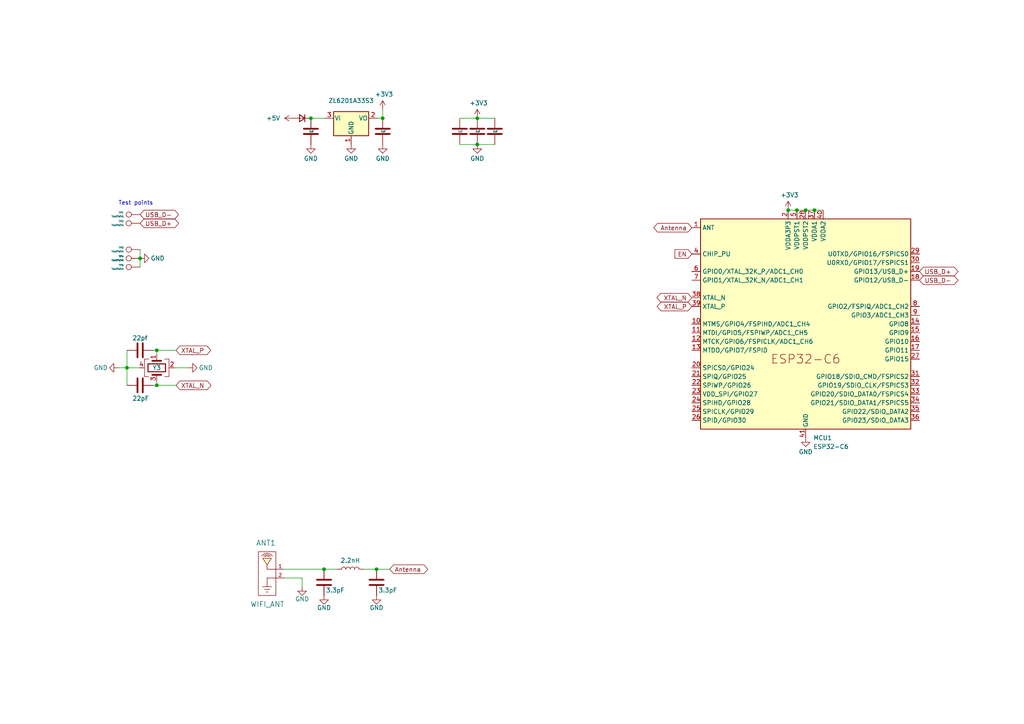
<source format=kicad_sch>
(kicad_sch (version 20231120) (generator "eeschema") (generator_version "8.0")
  (paper "A4")
  (lib_symbols
    (symbol "Connector:TestPoint" (pin_numbers hide) (pin_names (offset 0.762) hide)
      (property "Reference" "TP" (at 0 6.858 0))
      (property "Value" "TestPoint" (at 0 5.08 0))
      (symbol "TestPoint_0_1"
        (circle (center 0 3.302) (radius 0.762))
      )
      (symbol "TestPoint_1_1"
        (pin passive line (at 0 0 90) (length 2.54) (name "1") (number "1"))
      )
    )
    (symbol "Device:C" (pin_numbers hide) (pin_names (offset 0.254))
      (property "Reference" "C" (at 0.635 2.54 0))
      (property "Value" "C" (at 0.635 -2.54 0))
      (symbol "C_0_1"
        (polyline (pts (xy -2.032 -0.762) (xy 2.032 -0.762)) (stroke (width 0.508)))
        (polyline (pts (xy -2.032 0.762) (xy 2.032 0.762)) (stroke (width 0.508)))
      )
      (symbol "C_1_1"
        (pin passive line (at 0 3.81 270) (length 2.794) (name "~") (number "1"))
        (pin passive line (at 0 -3.81 90) (length 2.794) (name "~") (number "2"))
      )
    )
    (symbol "Device:Crystal_GND24" (pin_names (offset 1.016) hide)
      (property "Reference" "Y" (at 3.175 5.08 0))
      (property "Value" "Crystal_GND24" (at 3.175 3.175 0))
      (symbol "Crystal_GND24_0_1"
        (rectangle (start -1.143 2.54) (end 1.143 -2.54) (stroke (width 0.3048)))
        (polyline (pts (xy -2.54 0) (xy -2.032 0)))
        (polyline (pts (xy -2.032 -1.27) (xy -2.032 1.27)) (stroke (width 0.508)))
        (polyline (pts (xy 0 -3.81) (xy 0 -3.556)))
        (polyline (pts (xy 0 3.556) (xy 0 3.81)))
        (polyline (pts (xy 2.032 -1.27) (xy 2.032 1.27)) (stroke (width 0.508)))
        (polyline (pts (xy 2.032 0) (xy 2.54 0)))
        (polyline (pts (xy -2.54 -2.286) (xy -2.54 -3.556) (xy 2.54 -3.556) (xy 2.54 -2.286)))
        (polyline (pts (xy -2.54 2.286) (xy -2.54 3.556) (xy 2.54 3.556) (xy 2.54 2.286)))
      )
      (symbol "Crystal_GND24_1_1"
        (pin passive line (at -3.81 0 0) (length 1.27) (name "1") (number "1"))
        (pin passive line (at 0 5.08 270) (length 1.27) (name "2") (number "2"))
        (pin passive line (at 3.81 0 180) (length 1.27) (name "3") (number "3"))
        (pin passive line (at 0 -5.08 90) (length 1.27) (name "4") (number "4"))
      )
    )
    (symbol "Device:D_Small" (pin_numbers hide) (pin_names (offset 0.254) hide)
      (property "Reference" "D" (at -1.27 2.032 0))
      (property "Value" "D_Small" (at -3.81 -2.032 0))
      (symbol "D_Small_0_1"
        (polyline (pts (xy -0.762 -1.016) (xy -0.762 1.016)) (stroke (width 0.254)))
        (polyline (pts (xy -0.762 0) (xy 0.762 0)))
        (polyline (pts (xy 0.762 -1.016) (xy -0.762 0) (xy 0.762 1.016) (xy 0.762 -1.016)) (stroke (width 0.254)))
      )
      (symbol "D_Small_1_1"
        (pin passive line (at -2.54 0 0) (length 1.778) (name "K") (number "1"))
        (pin passive line (at 2.54 0 180) (length 1.778) (name "A") (number "2"))
      )
    )
    (symbol "Device:L" (pin_numbers hide) (pin_names (offset 1.016) hide)
      (property "Reference" "L" (at -1.27 0 90))
      (property "Value" "L" (at 1.905 0 90))
      (symbol "L_0_1"
        (arc (start 0 -2.54) (mid 0.6323 -1.905) (end 0 -1.27))
        (arc (start 0 -1.27) (mid 0.6323 -0.635) (end 0 0))
        (arc (start 0 0) (mid 0.6323 0.635) (end 0 1.27))
        (arc (start 0 1.27) (mid 0.6323 1.905) (end 0 2.54))
      )
      (symbol "L_1_1"
        (pin passive line (at 0 3.81 270) (length 1.27) (name "1") (number "1"))
        (pin passive line (at 0 -3.81 90) (length 1.27) (name "2") (number "2"))
      )
    )
    (symbol "ESP32-PRO_Rev_B1:GND" (power) (pin_names (offset 0))
      (property "Value" "GND" (at 0 -3.81 0))
      (symbol "GND_0_1"
        (polyline (pts (xy 0 0) (xy 0 -1.27) (xy 1.27 -1.27) (xy 0 -2.54) (xy -1.27 -1.27) (xy 0 -1.27)))
      )
      (symbol "GND_1_1"
        (pin power_in line (at 0 0 270) (length 0) hide (name "GND") (number "1"))
      )
    )
    (symbol "ESP32-PRO_Rev_B1:WIFI_ANT_ESP8266" (pin_names (offset 1.016))
      (property "Reference" "ANT" (at 0 8.89 0))
      (property "Value" "WIFI_ANT_ESP8266" (at 0.254 -6.35 0))
      (symbol "WIFI_ANT_ESP8266_0_1"
        (rectangle (start -2.54 -5.08) (end 2.54 7.62))
        (rectangle (start -2.54 0) (end 0 0))
        (rectangle (start -2.54 2.54) (end 0 2.54))
        (rectangle (start -1.27 -2.54) (end 1.27 -2.54))
        (rectangle (start -0.254 -4.064) (end 0.254 -4.064))
        (rectangle (start 0 0) (end 0 -2.54))
        (polyline (pts (xy 0 3.81) (xy 1.27 5.715) (xy -1.27 5.715) (xy 0 3.81)) (fill (type background)))
        (rectangle (start 0 2.54) (end 0 3.175))
        (rectangle (start 0 3.175) (end 0 3.175))
        (rectangle (start 0 3.175) (end 0 3.81))
        (rectangle (start 0.762 -3.302) (end -0.762 -3.302))
        (arc (start 1.016 6.223) (mid 0 6.731) (end -1.016 6.223))
        (arc (start 1.524 6.35) (mid 0 7.1656) (end -1.524 6.35))
      )
      (symbol "WIFI_ANT_ESP8266_1_1"
        (arc (start 0.635 6.096) (mid 0 6.359) (end -0.635 6.096))
        (pin input line (at -5.08 2.54 0) (length 2.54) (name "~") (number "1"))
        (pin input line (at -5.08 0 0) (length 2.54) (name "~") (number "2"))
      )
    )
    (symbol "ESP32:ESP32-C6"
      (property "Reference" "U" (at -27.94 33.02 0))
      (property "Value" "ESP32-C6" (at 25.4 33.02 0))
      (symbol "ESP32-C6_0_0"
        (text "ESP32-C6" (at 0 -10.16 0) (effects (font (size 2.54 2.54))))
      )
      (symbol "ESP32-C6_0_1"
        (rectangle (start -30.48 30.48) (end 30.48 -30.48) (stroke (width 0.254)) (fill (type background)))
      )
      (symbol "ESP32-C6_1_1"
        (pin bidirectional line (at -33.02 27.94 0) (length 2.54) (name "ANT") (number "1"))
        (pin bidirectional line (at -33.02 0 0) (length 2.54) (name "MTMS/GPIO4/FSPIHD/ADC1_CH4") (number "10"))
        (pin bidirectional line (at -33.02 -2.54 0) (length 2.54) (name "MTDI/GPIO5/FSPIWP/ADC1_CH5") (number "11"))
        (pin bidirectional line (at -33.02 -5.08 0) (length 2.54) (name "MTCK/GPIO6/FSPICLK/ADC1_CH6") (number "12"))
        (pin bidirectional line (at -33.02 -7.62 0) (length 2.54) (name "MTDO/GPIO7/FSPID") (number "13"))
        (pin bidirectional line (at 33.02 0 180) (length 2.54) (name "GPIO8") (number "14"))
        (pin bidirectional line (at 33.02 -2.54 180) (length 2.54) (name "GPIO9") (number "15"))
        (pin bidirectional line (at 33.02 -5.08 180) (length 2.54) (name "GPIO10") (number "16"))
        (pin bidirectional line (at 33.02 -7.62 180) (length 2.54) (name "GPIO11") (number "17"))
        (pin bidirectional line (at 33.02 12.7 180) (length 2.54) (name "GPIO12/USB_D-") (number "18"))
        (pin bidirectional line (at 33.02 15.24 180) (length 2.54) (name "GPIO13/USB_D+") (number "19"))
        (pin power_in line (at -5.08 33.02 270) (length 2.54) (name "VDDA3P3") (number "2"))
        (pin bidirectional line (at -33.02 -12.7 0) (length 2.54) (name "SPICS0/GPIO24") (number "20"))
        (pin bidirectional line (at -33.02 -15.24 0) (length 2.54) (name "SPIQ/GPIO25") (number "21"))
        (pin bidirectional line (at -33.02 -17.78 0) (length 2.54) (name "SPIWP/GPIO26") (number "22"))
        (pin bidirectional line (at -33.02 -20.32 0) (length 2.54) (name "VDD_SPI/GPIO27") (number "23"))
        (pin bidirectional line (at -33.02 -22.86 0) (length 2.54) (name "SPIHD/GPIO28") (number "24"))
        (pin bidirectional line (at -33.02 -25.4 0) (length 2.54) (name "SPICLK/GPIO29") (number "25"))
        (pin bidirectional line (at -33.02 -27.94 0) (length 2.54) (name "SPID/GPIO30") (number "26"))
        (pin bidirectional line (at 33.02 -10.16 180) (length 2.54) (name "GPIO15") (number "27"))
        (pin power_in line (at 0 33.02 270) (length 2.54) (name "VDDPST2") (number "28"))
        (pin bidirectional line (at 33.02 20.32 180) (length 2.54) (name "U0TXD/GPIO16/FSPICS0") (number "29"))
        (pin passive line (at -5.08 33.02 270) (length 2.54) hide (name "VDDA3P3") (number "3"))
        (pin bidirectional line (at 33.02 17.78 180) (length 2.54) (name "U0RXD/GPIO17/FSPICS1") (number "30"))
        (pin bidirectional line (at 33.02 -15.24 180) (length 2.54) (name "GPIO18/SDIO_CMD/FSPICS2") (number "31"))
        (pin bidirectional line (at 33.02 -17.78 180) (length 2.54) (name "GPIO19/SDIO_CLK/FSPICS3") (number "32"))
        (pin bidirectional line (at 33.02 -20.32 180) (length 2.54) (name "GPIO20/SDIO_DATA0/FSPICS4") (number "33"))
        (pin bidirectional line (at 33.02 -22.86 180) (length 2.54) (name "GPIO21/SDIO_DATA1/FSPICS5") (number "34"))
        (pin bidirectional line (at 33.02 -25.4 180) (length 2.54) (name "GPIO22/SDIO_DATA2") (number "35"))
        (pin bidirectional line (at 33.02 -27.94 180) (length 2.54) (name "GPIO23/SDIO_DATA3") (number "36"))
        (pin power_in line (at 2.54 33.02 270) (length 2.54) (name "VDDA1") (number "37"))
        (pin output line (at -33.02 7.62 0) (length 2.54) (name "XTAL_N") (number "38"))
        (pin input line (at -33.02 5.08 0) (length 2.54) (name "XTAL_P") (number "39"))
        (pin input line (at -33.02 20.32 0) (length 2.54) (name "CHIP_PU") (number "4"))
        (pin power_in line (at 5.08 33.02 270) (length 2.54) (name "VDDA2") (number "40"))
        (pin power_in line (at 0 -33.02 90) (length 2.54) (name "GND") (number "41"))
        (pin power_in line (at -2.54 33.02 270) (length 2.54) (name "VDDPST1") (number "5"))
        (pin bidirectional line (at -33.02 15.24 0) (length 2.54) (name "GPIO0/XTAL_32K_P/ADC1_CH0") (number "6"))
        (pin bidirectional line (at -33.02 12.7 0) (length 2.54) (name "GPIO1/XTAL_32K_N/ADC1_CH1") (number "7"))
        (pin bidirectional line (at 33.02 5.08 180) (length 2.54) (name "GPIO2/FSPIQ/ADC1_CH2") (number "8"))
        (pin bidirectional line (at 33.02 2.54 180) (length 2.54) (name "GPIO3/ADC1_CH3") (number "9"))
      )
    )
    (symbol "Regulator_Linear:XC6206PxxxMR" (pin_names (offset 0.254))
      (property "Reference" "U" (at -3.81 3.175 0))
      (property "Value" "XC6206PxxxMR" (at 0 3.175 0))
      (symbol "XC6206PxxxMR_0_1"
        (rectangle (start -5.08 1.905) (end 5.08 -5.08) (stroke (width 0.254)) (fill (type background)))
      )
      (symbol "XC6206PxxxMR_1_1"
        (pin power_in line (at 0 -7.62 90) (length 2.54) (name "GND") (number "1"))
        (pin power_out line (at 7.62 0 180) (length 2.54) (name "VO") (number "2"))
        (pin power_in line (at -7.62 0 0) (length 2.54) (name "VI") (number "3"))
      )
    )
    (symbol "power:+3V3" (power) (pin_names (offset 0))
      (property "Value" "+3V3" (at 0 3.556 0))
      (symbol "+3V3_0_1"
        (polyline (pts (xy -0.762 1.27) (xy 0 2.54)))
        (polyline (pts (xy 0 0) (xy 0 2.54)))
        (polyline (pts (xy 0 2.54) (xy 0.762 1.27)))
      )
      (symbol "+3V3_1_1"
        (pin power_in line (at 0 0 90) (length 0) hide (name "+3V3") (number "1"))
      )
    )
    (symbol "power:+5V" (power) (pin_names (offset 0))
      (property "Value" "+5V" (at 0 3.556 0))
      (symbol "+5V_0_1"
        (polyline (pts (xy -0.762 1.27) (xy 0 2.54)))
        (polyline (pts (xy 0 0) (xy 0 2.54)))
        (polyline (pts (xy 0 2.54) (xy 0.762 1.27)))
      )
      (symbol "+5V_1_1"
        (pin power_in line (at 0 0 90) (length 0) hide (name "+5V") (number "1"))
      )
    )
    (symbol "power:GND" (power) (pin_names (offset 0))
      (property "Value" "GND" (at 0 -3.81 0))
      (symbol "GND_0_1"
        (polyline (pts (xy 0 0) (xy 0 -1.27) (xy 1.27 -1.27) (xy 0 -2.54) (xy -1.27 -1.27) (xy 0 -1.27)))
      )
      (symbol "GND_1_1"
        (pin power_in line (at 0 0 270) (length 0) hide (name "GND") (number "1"))
      )
    )
  )
  (junction (at 228.6 60.96))
  (junction (at 138.43 34.29))
  (junction (at 110.998 34.29))
  (junction (at 109.22 165.1))
  (junction (at 90.17 34.29))
  (junction (at 233.68 60.96))
  (junction (at 45.466 111.76))
  (junction (at 36.83 106.68))
  (junction (at 236.22 60.96))
  (junction (at 138.43 41.91))
  (junction (at 93.98 165.1))
  (junction (at 40.64 74.93))
  (junction (at 231.14 60.96))
  (junction (at 45.466 101.6))
  (wire (pts (xy 109.22 165.1) (xy 105.41 165.1)))
  (wire (pts (xy 90.17 34.29) (xy 94.234 34.29)))
  (wire (pts (xy 45.466 111.76) (xy 44.45 111.76)))
  (wire (pts (xy 45.466 111.76) (xy 45.466 110.49)))
  (wire (pts (xy 138.43 41.91) (xy 143.51 41.91)))
  (wire (pts (xy 45.466 101.6) (xy 45.466 102.87)))
  (wire (pts (xy 51.054 101.6) (xy 45.466 101.6)))
  (wire (pts (xy 236.22 60.96) (xy 238.76 60.96)))
  (wire (pts (xy 50.546 106.68) (xy 54.61 106.68)))
  (wire (pts (xy 138.43 34.29) (xy 143.51 34.29)))
  (wire (pts (xy 133.35 41.91) (xy 138.43 41.91)))
  (wire (pts (xy 233.68 60.96) (xy 236.22 60.96)))
  (wire (pts (xy 36.83 106.68) (xy 36.83 101.6)))
  (wire (pts (xy 40.64 72.39) (xy 40.64 74.93)))
  (wire (pts (xy 36.83 111.76) (xy 36.83 106.68)))
  (wire (pts (xy 87.63 167.64) (xy 87.63 170.18)))
  (wire (pts (xy 113.03 165.1) (xy 109.22 165.1)))
  (wire (pts (xy 93.98 165.1) (xy 82.55 165.1)))
  (wire (pts (xy 36.83 106.68) (xy 40.386 106.68)))
  (wire (pts (xy 110.998 31.75) (xy 110.998 34.29)))
  (wire (pts (xy 45.466 101.6) (xy 44.45 101.6)))
  (wire (pts (xy 40.64 74.93) (xy 40.64 77.47)))
  (wire (pts (xy 97.79 165.1) (xy 93.98 165.1)))
  (wire (pts (xy 34.29 106.68) (xy 36.83 106.68)))
  (wire (pts (xy 228.6 60.96) (xy 231.14 60.96)))
  (wire (pts (xy 231.14 60.96) (xy 233.68 60.96)))
  (wire (pts (xy 133.35 34.29) (xy 138.43 34.29)))
  (wire (pts (xy 82.55 167.64) (xy 87.63 167.64)))
  (wire (pts (xy 51.054 111.76) (xy 45.466 111.76)))
  (wire (pts (xy 109.474 34.29) (xy 110.998 34.29)))
  (text "Test points" (at 44.45 59.69 0) (effects (font (size 1.1938 1.1938)) (justify right bottom)))
  (global_label "USB_D-" (shape bidirectional) (at 40.64 62.23 0) (property "Intersheetrefs" "${INTERSHEET_REFS}" (effects (hide yes))))
  (global_label "EN" (shape input) (at 200.66 73.66 180) (property "Intersheetrefs" "${INTERSHEET_REFS}" (effects (hide yes))))
  (global_label "XTAL_P" (shape bidirectional) (at 200.66 88.9 180) (property "Intersheetrefs" "${INTERSHEET_REFS}" (effects (hide yes))))
  (global_label "Antenna" (shape bidirectional) (at 200.66 66.04 180) (property "Intersheetrefs" "${INTERSHEET_REFS}" (effects (hide yes))))
  (global_label "USB_D+" (shape bidirectional) (at 266.7 78.74 0) (property "Intersheetrefs" "${INTERSHEET_REFS}" (effects (hide yes))))
  (global_label "Antenna" (shape bidirectional) (at 113.03 165.1 0) (property "Intersheetrefs" "${INTERSHEET_REFS}" (effects (hide yes))))
  (global_label "USB_D+" (shape bidirectional) (at 40.64 64.77 0) (property "Intersheetrefs" "${INTERSHEET_REFS}" (effects (hide yes))))
  (global_label "XTAL_N" (shape bidirectional) (at 200.66 86.36 180) (property "Intersheetrefs" "${INTERSHEET_REFS}" (effects (hide yes))))
  (global_label "XTAL_P" (shape bidirectional) (at 51.054 101.6 0) (property "Intersheetrefs" "${INTERSHEET_REFS}" (effects (hide yes))))
  (global_label "XTAL_N" (shape bidirectional) (at 51.054 111.76 0) (property "Intersheetrefs" "${INTERSHEET_REFS}" (effects (hide yes))))
  (global_label "USB_D-" (shape bidirectional) (at 266.7 81.28 0) (property "Intersheetrefs" "${INTERSHEET_REFS}" (effects (hide yes))))
  (symbol (lib_id "Device:C") (at 40.64 101.6 270) (unit 1)
    (property "Reference" "C50" (effects (hide yes)))
    (property "Value" "22pf" (at 38.354 98.044 90) (effects (justify left)))
    (property "Footprint" "Capacitor_SMD:C_0402_1005Metric" (effects (hide yes)))
    (property "LCSC" " " (effects (hide yes)))
  )
  (symbol (lib_id "power:GND") (at 110.998 41.91 0) (unit 1)
    (property "Reference" "#PWR0160" (effects (hide yes)))
    (property "Value" "GND" (at 110.998 45.974 0))
  )
  (symbol (lib_id "ESP32:ESP32-C6") (at 233.68 93.98 0) (unit 1)
    (property "Reference" "MCU1" (at 235.8741 127 0) (effects (justify left)))
    (property "Value" "ESP32-C6" (at 235.8741 129.54 0) (effects (justify left)))
    (property "Footprint" "Package_DFN_QFN:QFN-40-1EP_5x5mm_P0.4mm_EP3.6x3.6mm" (effects (hide yes)))
    (property "Datasheet" "https://www.espressif.com/sites/default/files/documentation/esp32-c6_datasheet_en.pdf" (effects (hide yes)))
    (property "Description" "ESP32C6,ultra-low-power SoC with RISC-V single-core microprocessor,2.4 GHz Wi-Fi 6 (802.11 ax), Bluetooth 5 (LE), Zigbee and Thread (802.15.4),QFN-40" (effects (hide yes)))
  )
  (symbol (lib_id "Connector:TestPoint") (at 40.64 74.93 90) (mirror x) (unit 1)
    (property "Reference" "TP4" (at 35.8648 74.3712 90) (effects (font (size 0.508 0.508)) (justify left)))
    (property "Value" "TestPoint" (at 35.8648 75.4634 90) (effects (font (size 0.508 0.508)) (justify left)))
    (property "Footprint" "TestPoint:TestPoint_Pad_4.0x4.0mm" (effects (hide yes)))
    (property "LCSC" " " (effects (hide yes)))
  )
  (symbol (lib_id "Device:C") (at 90.17 38.1 0) (unit 1)
    (property "Reference" "C54" (effects (hide yes)))
    (property "Value" "1uf" (at 89.662 38.1 0) (effects (font (size 0.508 0.508)) (justify left)))
    (property "Footprint" "Capacitor_SMD:C_0402_1005Metric" (effects (hide yes)))
    (property "LCSC" " " (effects (hide yes)))
  )
  (symbol (lib_id "power:GND") (at 101.854 41.91 0) (unit 1)
    (property "Reference" "#PWR0156" (effects (hide yes)))
    (property "Value" "GND" (at 101.854 45.974 0))
  )
  (symbol (lib_id "ESP32-PRO_Rev_B1:GND") (at 87.63 170.18 0) (unit 1)
    (property "Reference" "#PWR0150" (effects (hide yes)))
    (property "Value" "GND" (at 87.63 173.736 0))
  )
  (symbol (lib_id "power:+3V3") (at 228.6 60.96 0) (unit 1)
    (property "Reference" "#PWR0163" (effects (hide yes)))
    (property "Value" "+3V3" (at 228.981 56.5658 0))
  )
  (symbol (lib_id "Connector:TestPoint") (at 40.64 64.77 90) (mirror x) (unit 1)
    (property "Reference" "TP2" (at 35.8648 64.2112 90) (effects (font (size 0.508 0.508)) (justify left)))
    (property "Value" "TestPoint" (at 35.8648 65.3034 90) (effects (font (size 0.508 0.508)) (justify left)))
    (property "Footprint" "TestPoint:TestPoint_Pad_D1.5mm" (effects (hide yes)))
    (property "LCSC" " " (effects (hide yes)))
  )
  (symbol (lib_id "Device:C") (at 133.35 38.1 0) (unit 1)
    (property "Reference" "C58" (effects (hide yes)))
    (property "Value" "1uf" (at 132.842 38.1 0) (effects (font (size 0.508 0.508)) (justify left)))
    (property "Footprint" "Capacitor_SMD:C_0402_1005Metric" (effects (hide yes)))
    (property "LCSC" " " (effects (hide yes)))
  )
  (symbol (lib_id "Device:C") (at 93.98 168.91 0) (unit 1)
    (property "Reference" "C55" (effects (hide yes)))
    (property "Value" "3.3pF" (at 94.488 171.196 0) (effects (justify left)))
    (property "Footprint" "Capacitor_SMD:C_0201_0603Metric" (effects (hide yes)))
    (property "Description" "GRM0335C1H3R3CA01D" (effects (hide yes)))
  )
  (symbol (lib_id "power:+3V3") (at 110.998 31.75 0) (unit 1)
    (property "Reference" "#PWR0159" (effects (hide yes)))
    (property "Value" "+3V3" (at 111.379 27.3558 0))
  )
  (symbol (lib_id "power:GND") (at 233.68 127 0) (unit 1)
    (property "Reference" "#PWR0164" (effects (hide yes)))
    (property "Value" "GND" (at 233.68 131.064 0))
  )
  (symbol (lib_id "Device:C") (at 109.22 168.91 0) (unit 1)
    (property "Reference" "C56" (effects (hide yes)))
    (property "Value" "3.3pF" (at 109.728 171.196 0) (effects (justify left)))
    (property "Footprint" "Capacitor_SMD:C_0201_0603Metric" (effects (hide yes)))
    (property "Description" "GRM0335C1H3R3CA01D" (effects (hide yes)))
  )
  (symbol (lib_id "Connector:TestPoint") (at 40.64 77.47 90) (mirror x) (unit 1)
    (property "Reference" "TP5" (at 35.8648 76.9112 90) (effects (font (size 0.508 0.508)) (justify left)))
    (property "Value" "TestPoint" (at 35.8648 78.0034 90) (effects (font (size 0.508 0.508)) (justify left)))
    (property "Footprint" "TestPoint:TestPoint_Pad_4.0x4.0mm" (effects (hide yes)))
    (property "LCSC" " " (effects (hide yes)))
  )
  (symbol (lib_id "Device:Crystal_GND24") (at 45.466 106.68 270) (unit 1)
    (property "Reference" "Y3" (at 44.196 106.68 90) (effects (justify left)))
    (property "Value" "2016-4P 40MHz" (effects (hide yes)))
    (property "Footprint" "Crystal:Crystal_SMD_2016-4Pin_2.0x1.6mm" (effects (hide yes)))
    (property "LCSC" "OT201640MJBA4SL" (effects (hide yes)))
  )
  (symbol (lib_id "power:GND") (at 138.43 41.91 0) (unit 1)
    (property "Reference" "#PWR0162" (effects (hide yes)))
    (property "Value" "GND" (at 138.43 45.974 0))
  )
  (symbol (lib_id "power:GND") (at 54.61 106.68 90) (mirror x) (unit 1)
    (property "Reference" "#PWR0147" (effects (hide yes)))
    (property "Value" "GND" (at 59.69 106.68 90))
  )
  (symbol (lib_id "power:+5V") (at 85.09 34.29 90) (unit 1)
    (property "Reference" "#PWR0149" (effects (hide yes)))
    (property "Value" "+5V" (at 81.28 34.2899 90) (effects (justify left)))
  )
  (symbol (lib_id "power:+3V3") (at 138.43 34.29 0) (unit 1)
    (property "Reference" "#PWR0161" (effects (hide yes)))
    (property "Value" "+3V3" (at 138.811 29.8958 0))
  )
  (symbol (lib_id "Device:D_Small") (at 87.63 34.29 180) (unit 1)
    (property "Reference" "D5" (effects (hide yes)))
    (property "Value" "SOD-523 General" (effects (hide yes)))
    (property "Footprint" "Diode_SMD:D_SOD-523" (effects (hide yes)))
  )
  (symbol (lib_id "Device:C") (at 138.43 38.1 0) (unit 1)
    (property "Reference" "C59" (effects (hide yes)))
    (property "Value" "1uf" (at 137.922 38.1 0) (effects (font (size 0.508 0.508)) (justify left)))
    (property "Footprint" "Capacitor_SMD:C_0402_1005Metric" (effects (hide yes)))
    (property "LCSC" " " (effects (hide yes)))
  )
  (symbol (lib_id "ESP32-PRO_Rev_B1:GND") (at 93.98 172.72 0) (unit 1)
    (property "Reference" "#PWR0155" (effects (hide yes)))
    (property "Value" "GND" (at 93.98 176.276 0))
  )
  (symbol (lib_id "Device:C") (at 143.51 38.1 0) (unit 1)
    (property "Reference" "C60" (effects (hide yes)))
    (property "Value" "1uf" (at 143.002 38.1 0) (effects (font (size 0.508 0.508)) (justify left)))
    (property "Footprint" "Capacitor_SMD:C_0402_1005Metric" (effects (hide yes)))
    (property "LCSC" " " (effects (hide yes)))
  )
  (symbol (lib_id "ESP32-PRO_Rev_B1:WIFI_ANT_ESP8266") (at 77.47 167.64 0) (mirror y) (unit 1)
    (property "Reference" "ANT1" (at 80.01 157.48 0) (effects (font (size 1.524 1.524)) (justify left)))
    (property "Value" "WIFI_ANT" (at 82.55 175.26 0) (effects (font (size 1.524 1.524)) (justify left)))
    (property "Footprint" "RF_Antenna:Texas_SWRA117D_2.4GHz_Left" (effects (hide yes)))
  )
  (symbol (lib_id "ESP32-PRO_Rev_B1:GND") (at 109.22 172.72 0) (unit 1)
    (property "Reference" "#PWR0157" (effects (hide yes)))
    (property "Value" "GND" (at 109.22 176.276 0))
  )
  (symbol (lib_id "power:GND") (at 34.29 106.68 270) (unit 1)
    (property "Reference" "#PWR0121" (effects (hide yes)))
    (property "Value" "GND" (at 29.21 106.68 90))
  )
  (symbol (lib_id "power:GND") (at 90.17 41.91 0) (unit 1)
    (property "Reference" "#PWR0151" (effects (hide yes)))
    (property "Value" "GND" (at 90.17 45.974 0))
  )
  (symbol (lib_id "Regulator_Linear:XC6206PxxxMR") (at 101.854 34.29 0) (unit 1)
    (property "Reference" "U9" (effects (hide yes)))
    (property "Value" "ZL6201A33S3" (at 101.854 29.21 0))
    (property "Footprint" "Package_TO_SOT_SMD:SOT-23" (effects (hide yes)))
    (property "Datasheet" "https://www.torexsemi.com/file/xc6206/XC6206.pdf" (effects (hide yes)))
  )
  (symbol (lib_id "Device:C") (at 40.64 111.76 270) (unit 1)
    (property "Reference" "C51" (effects (hide yes)))
    (property "Value" "22pF" (at 38.354 115.57 90) (effects (justify left)))
    (property "Footprint" "Capacitor_SMD:C_0402_1005Metric" (effects (hide yes)))
    (property "LCSC" " " (effects (hide yes)))
  )
  (symbol (lib_id "Device:C") (at 110.998 38.1 0) (unit 1)
    (property "Reference" "C57" (effects (hide yes)))
    (property "Value" "1uf" (at 110.49 38.1 0) (effects (font (size 0.508 0.508)) (justify left)))
    (property "Footprint" "Capacitor_SMD:C_0402_1005Metric" (effects (hide yes)))
    (property "LCSC" " " (effects (hide yes)))
  )
  (symbol (lib_id "power:GND") (at 40.64 74.93 90) (mirror x) (unit 1)
    (property "Reference" "#PWR0146" (effects (hide yes)))
    (property "Value" "GND" (at 45.72 74.93 90))
  )
  (symbol (lib_id "Connector:TestPoint") (at 40.64 72.39 90) (mirror x) (unit 1)
    (property "Reference" "TP3" (at 35.8648 71.8312 90) (effects (font (size 0.508 0.508)) (justify left)))
    (property "Value" "TestPoint" (at 35.8648 72.9234 90) (effects (font (size 0.508 0.508)) (justify left)))
    (property "Footprint" "TestPoint:TestPoint_Pad_4.0x4.0mm" (effects (hide yes)))
    (property "LCSC" " " (effects (hide yes)))
  )
  (symbol (lib_id "Connector:TestPoint") (at 40.64 62.23 90) (mirror x) (unit 1)
    (property "Reference" "TP1" (at 35.8648 61.6712 90) (effects (font (size 0.508 0.508)) (justify left)))
    (property "Value" "TestPoint" (at 35.8648 62.7634 90) (effects (font (size 0.508 0.508)) (justify left)))
    (property "Footprint" "TestPoint:TestPoint_Pad_D1.5mm" (effects (hide yes)))
    (property "LCSC" " " (effects (hide yes)))
  )
  (symbol (lib_id "Device:L") (at 101.6 165.1 90) (unit 1)
    (property "Reference" "L5" (effects (hide yes)))
    (property "Value" "2.2nH" (at 101.6 162.56 90))
    (property "Footprint" "Inductor_SMD:L_0201_0603Metric" (effects (hide yes)))
    (property "Description" "LQP03TG2N2B02D" (effects (hide yes)))
  )
)
</source>
